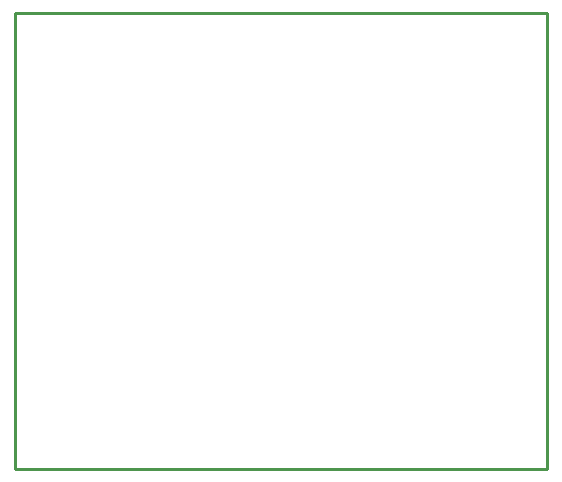
<source format=gbr>
G04 Layer_Color=16711935*
%FSLAX25Y25*%
%MOIN*%
%TF.FileFunction,Keep-out*%
%TF.Part,Single*%
G01*
G75*
%ADD25C,0.01000*%
D25*
X353000Y360000D02*
X530500D01*
Y208000D02*
Y360000D01*
X353000Y208000D02*
X530500D01*
X353000D02*
Y360000D01*
%TF.MD5,87CBEF6A6A19127DAD60D0FB3C6CF7FD*%
M02*

</source>
